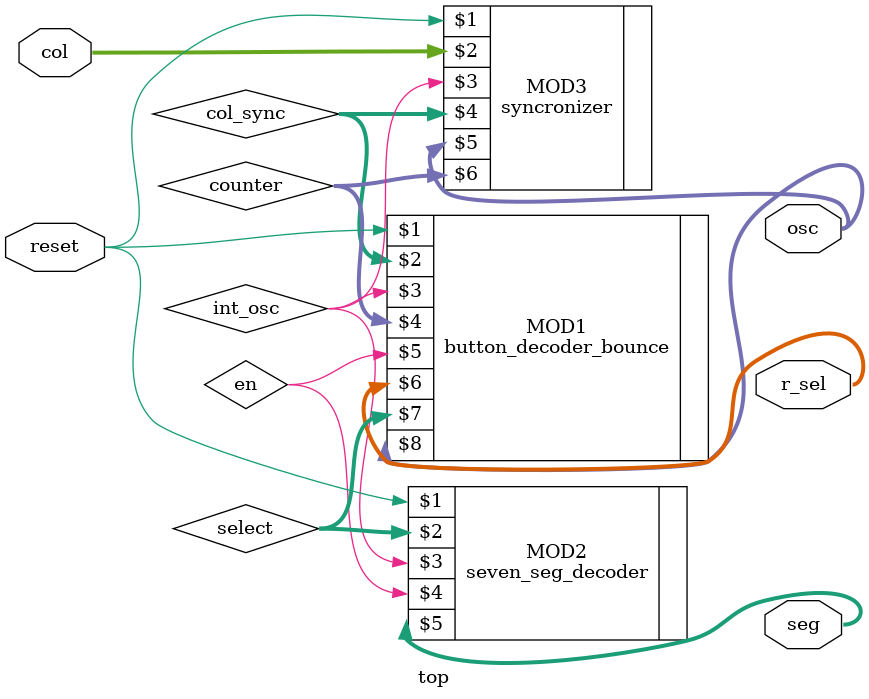
<source format=sv>

module top (
	input logic reset,
	input logic [3:0] col,
	output logic [3:0] r_sel,
	output logic [6:0] seg,
	output logic [1:0] osc
	);

logic [24:0] counter;
logic [3:0] col_sync;
logic [3:0] select;
logic int_osc;
logic en;

// instantiated submodules
button_decoder_bounce MOD1 (reset, col_sync, int_osc, counter, en, r_sel, select, osc);

seven_seg_decoder MOD2 (reset, select, int_osc, en, seg);

syncronizer MOD3 (reset, col, int_osc, col_sync, osc, counter);
///////////////////////////


endmodule


</source>
